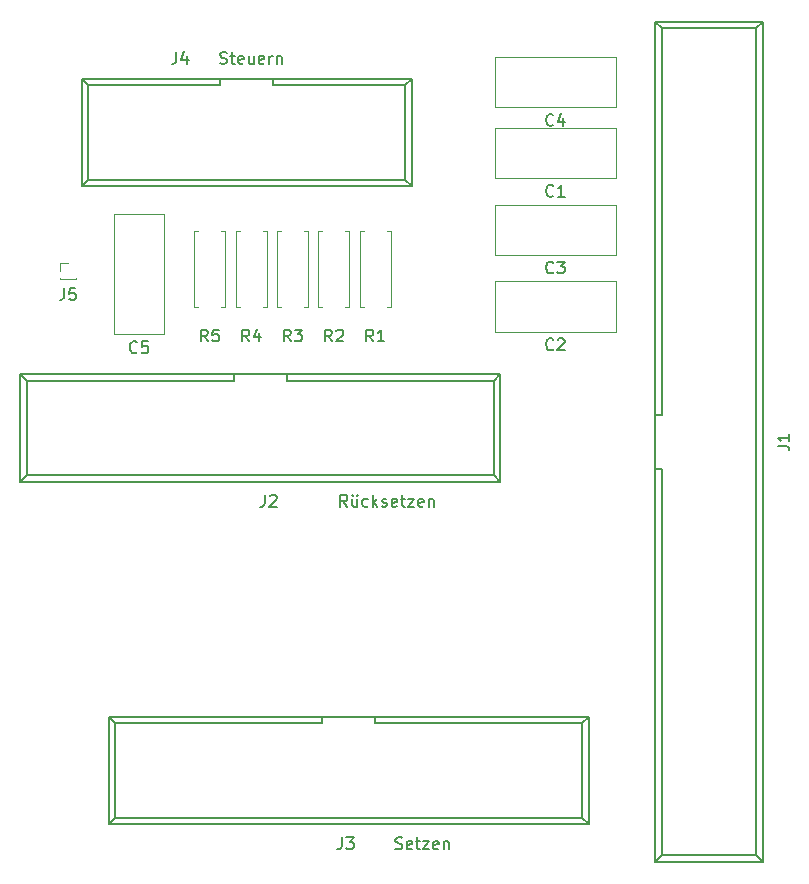
<source format=gbr>
G04 #@! TF.GenerationSoftware,KiCad,Pcbnew,(5.1.5-0-10_14)*
G04 #@! TF.CreationDate,2020-04-30T20:24:14+02:00*
G04 #@! TF.ProjectId,GORBA_LAWO_Adapter,474f5242-415f-44c4-9157-4f5f41646170,rev?*
G04 #@! TF.SameCoordinates,Original*
G04 #@! TF.FileFunction,Legend,Top*
G04 #@! TF.FilePolarity,Positive*
%FSLAX46Y46*%
G04 Gerber Fmt 4.6, Leading zero omitted, Abs format (unit mm)*
G04 Created by KiCad (PCBNEW (5.1.5-0-10_14)) date 2020-04-30 20:24:14*
%MOMM*%
%LPD*%
G04 APERTURE LIST*
%ADD10C,0.120000*%
%ADD11C,0.150000*%
G04 APERTURE END LIST*
D10*
X50480000Y-51600000D02*
X50810000Y-51600000D01*
X50810000Y-51600000D02*
X50810000Y-58020000D01*
X50810000Y-58020000D02*
X50480000Y-58020000D01*
X48520000Y-51600000D02*
X48190000Y-51600000D01*
X48190000Y-51600000D02*
X48190000Y-58020000D01*
X48190000Y-58020000D02*
X48520000Y-58020000D01*
X53980000Y-51600000D02*
X54310000Y-51600000D01*
X54310000Y-51600000D02*
X54310000Y-58020000D01*
X54310000Y-58020000D02*
X53980000Y-58020000D01*
X52020000Y-51600000D02*
X51690000Y-51600000D01*
X51690000Y-51600000D02*
X51690000Y-58020000D01*
X51690000Y-58020000D02*
X52020000Y-58020000D01*
X57480000Y-51600000D02*
X57810000Y-51600000D01*
X57810000Y-51600000D02*
X57810000Y-58020000D01*
X57810000Y-58020000D02*
X57480000Y-58020000D01*
X55520000Y-51600000D02*
X55190000Y-51600000D01*
X55190000Y-51600000D02*
X55190000Y-58020000D01*
X55190000Y-58020000D02*
X55520000Y-58020000D01*
X60980000Y-51600000D02*
X61310000Y-51600000D01*
X61310000Y-51600000D02*
X61310000Y-58020000D01*
X61310000Y-58020000D02*
X60980000Y-58020000D01*
X59020000Y-51600000D02*
X58690000Y-51600000D01*
X58690000Y-51600000D02*
X58690000Y-58020000D01*
X58690000Y-58020000D02*
X59020000Y-58020000D01*
X64480000Y-51600000D02*
X64810000Y-51600000D01*
X64810000Y-51600000D02*
X64810000Y-58020000D01*
X64810000Y-58020000D02*
X64480000Y-58020000D01*
X62520000Y-51600000D02*
X62190000Y-51600000D01*
X62190000Y-51600000D02*
X62190000Y-58020000D01*
X62190000Y-58020000D02*
X62520000Y-58020000D01*
X36805000Y-54315000D02*
X37500000Y-54315000D01*
X36805000Y-55000000D02*
X36805000Y-54315000D01*
X38108276Y-55685000D02*
X38195000Y-55685000D01*
X36805000Y-55685000D02*
X36891724Y-55685000D01*
X38195000Y-55685000D02*
X38195000Y-55560000D01*
X36805000Y-55685000D02*
X36805000Y-55560000D01*
X36805000Y-55685000D02*
X38195000Y-55685000D01*
X41380000Y-50130000D02*
X45620000Y-50130000D01*
X41380000Y-60370000D02*
X45620000Y-60370000D01*
X45620000Y-60370000D02*
X45620000Y-50130000D01*
X41380000Y-60370000D02*
X41380000Y-50130000D01*
X73630000Y-41120000D02*
X73630000Y-36880000D01*
X83870000Y-41120000D02*
X83870000Y-36880000D01*
X83870000Y-36880000D02*
X73630000Y-36880000D01*
X83870000Y-41120000D02*
X73630000Y-41120000D01*
X73630000Y-53620000D02*
X73630000Y-49380000D01*
X83870000Y-53620000D02*
X83870000Y-49380000D01*
X83870000Y-49380000D02*
X73630000Y-49380000D01*
X83870000Y-53620000D02*
X73630000Y-53620000D01*
X73630000Y-60120000D02*
X73630000Y-55880000D01*
X83870000Y-60120000D02*
X83870000Y-55880000D01*
X83870000Y-55880000D02*
X73630000Y-55880000D01*
X83870000Y-60120000D02*
X73630000Y-60120000D01*
X73630000Y-47120000D02*
X73630000Y-42880000D01*
X83870000Y-47120000D02*
X83870000Y-42880000D01*
X83870000Y-42880000D02*
X73630000Y-42880000D01*
X83870000Y-47120000D02*
X73630000Y-47120000D01*
D11*
X38640000Y-38720000D02*
X39200000Y-39270000D01*
X66580000Y-38720000D02*
X66040000Y-39270000D01*
X38640000Y-47820000D02*
X39200000Y-47270000D01*
X66580000Y-47820000D02*
X66040000Y-47270000D01*
X39200000Y-47270000D02*
X39200000Y-39270000D01*
X38640000Y-47820000D02*
X38640000Y-38720000D01*
X66040000Y-47270000D02*
X66040000Y-39270000D01*
X66580000Y-47820000D02*
X66580000Y-38720000D01*
X50360000Y-39270000D02*
X50360000Y-38720000D01*
X54860000Y-39270000D02*
X54860000Y-38720000D01*
X50360000Y-39270000D02*
X39200000Y-39270000D01*
X66040000Y-39270000D02*
X54860000Y-39270000D01*
X66580000Y-38720000D02*
X38640000Y-38720000D01*
X66040000Y-47270000D02*
X39200000Y-47270000D01*
X66580000Y-47820000D02*
X38640000Y-47820000D01*
X40940000Y-92720000D02*
X41500000Y-93270000D01*
X81580000Y-92720000D02*
X81040000Y-93270000D01*
X40940000Y-101820000D02*
X41500000Y-101270000D01*
X81580000Y-101820000D02*
X81040000Y-101270000D01*
X41500000Y-101270000D02*
X41500000Y-93270000D01*
X40940000Y-101820000D02*
X40940000Y-92720000D01*
X81040000Y-101270000D02*
X81040000Y-93270000D01*
X81580000Y-101820000D02*
X81580000Y-92720000D01*
X59010000Y-93270000D02*
X59010000Y-92720000D01*
X63510000Y-93270000D02*
X63510000Y-92720000D01*
X59010000Y-93270000D02*
X41500000Y-93270000D01*
X81040000Y-93270000D02*
X63510000Y-93270000D01*
X81580000Y-92720000D02*
X40940000Y-92720000D01*
X81040000Y-101270000D02*
X41500000Y-101270000D01*
X81580000Y-101820000D02*
X40940000Y-101820000D01*
X33440000Y-63720000D02*
X34000000Y-64270000D01*
X74080000Y-63720000D02*
X73540000Y-64270000D01*
X33440000Y-72820000D02*
X34000000Y-72270000D01*
X74080000Y-72820000D02*
X73540000Y-72270000D01*
X34000000Y-72270000D02*
X34000000Y-64270000D01*
X33440000Y-72820000D02*
X33440000Y-63720000D01*
X73540000Y-72270000D02*
X73540000Y-64270000D01*
X74080000Y-72820000D02*
X74080000Y-63720000D01*
X51510000Y-64270000D02*
X51510000Y-63720000D01*
X56010000Y-64270000D02*
X56010000Y-63720000D01*
X51510000Y-64270000D02*
X34000000Y-64270000D01*
X73540000Y-64270000D02*
X56010000Y-64270000D01*
X74080000Y-63720000D02*
X33440000Y-63720000D01*
X73540000Y-72270000D02*
X34000000Y-72270000D01*
X74080000Y-72820000D02*
X33440000Y-72820000D01*
X87220000Y-105040000D02*
X87770000Y-104480000D01*
X87220000Y-33920000D02*
X87770000Y-34460000D01*
X96320000Y-105040000D02*
X95770000Y-104480000D01*
X96320000Y-33920000D02*
X95770000Y-34460000D01*
X95770000Y-104480000D02*
X87770000Y-104480000D01*
X96320000Y-105040000D02*
X87220000Y-105040000D01*
X95770000Y-34460000D02*
X87770000Y-34460000D01*
X96320000Y-33920000D02*
X87220000Y-33920000D01*
X87770000Y-71730000D02*
X87220000Y-71730000D01*
X87770000Y-67230000D02*
X87220000Y-67230000D01*
X87770000Y-71730000D02*
X87770000Y-104480000D01*
X87770000Y-34460000D02*
X87770000Y-67230000D01*
X87220000Y-33920000D02*
X87220000Y-105040000D01*
X95770000Y-34460000D02*
X95770000Y-104480000D01*
X96320000Y-33920000D02*
X96320000Y-105040000D01*
X49333333Y-60952380D02*
X49000000Y-60476190D01*
X48761904Y-60952380D02*
X48761904Y-59952380D01*
X49142857Y-59952380D01*
X49238095Y-60000000D01*
X49285714Y-60047619D01*
X49333333Y-60142857D01*
X49333333Y-60285714D01*
X49285714Y-60380952D01*
X49238095Y-60428571D01*
X49142857Y-60476190D01*
X48761904Y-60476190D01*
X50238095Y-59952380D02*
X49761904Y-59952380D01*
X49714285Y-60428571D01*
X49761904Y-60380952D01*
X49857142Y-60333333D01*
X50095238Y-60333333D01*
X50190476Y-60380952D01*
X50238095Y-60428571D01*
X50285714Y-60523809D01*
X50285714Y-60761904D01*
X50238095Y-60857142D01*
X50190476Y-60904761D01*
X50095238Y-60952380D01*
X49857142Y-60952380D01*
X49761904Y-60904761D01*
X49714285Y-60857142D01*
X52833333Y-60952380D02*
X52500000Y-60476190D01*
X52261904Y-60952380D02*
X52261904Y-59952380D01*
X52642857Y-59952380D01*
X52738095Y-60000000D01*
X52785714Y-60047619D01*
X52833333Y-60142857D01*
X52833333Y-60285714D01*
X52785714Y-60380952D01*
X52738095Y-60428571D01*
X52642857Y-60476190D01*
X52261904Y-60476190D01*
X53690476Y-60285714D02*
X53690476Y-60952380D01*
X53452380Y-59904761D02*
X53214285Y-60619047D01*
X53833333Y-60619047D01*
X56333333Y-60952380D02*
X56000000Y-60476190D01*
X55761904Y-60952380D02*
X55761904Y-59952380D01*
X56142857Y-59952380D01*
X56238095Y-60000000D01*
X56285714Y-60047619D01*
X56333333Y-60142857D01*
X56333333Y-60285714D01*
X56285714Y-60380952D01*
X56238095Y-60428571D01*
X56142857Y-60476190D01*
X55761904Y-60476190D01*
X56666666Y-59952380D02*
X57285714Y-59952380D01*
X56952380Y-60333333D01*
X57095238Y-60333333D01*
X57190476Y-60380952D01*
X57238095Y-60428571D01*
X57285714Y-60523809D01*
X57285714Y-60761904D01*
X57238095Y-60857142D01*
X57190476Y-60904761D01*
X57095238Y-60952380D01*
X56809523Y-60952380D01*
X56714285Y-60904761D01*
X56666666Y-60857142D01*
X59833333Y-60952380D02*
X59500000Y-60476190D01*
X59261904Y-60952380D02*
X59261904Y-59952380D01*
X59642857Y-59952380D01*
X59738095Y-60000000D01*
X59785714Y-60047619D01*
X59833333Y-60142857D01*
X59833333Y-60285714D01*
X59785714Y-60380952D01*
X59738095Y-60428571D01*
X59642857Y-60476190D01*
X59261904Y-60476190D01*
X60214285Y-60047619D02*
X60261904Y-60000000D01*
X60357142Y-59952380D01*
X60595238Y-59952380D01*
X60690476Y-60000000D01*
X60738095Y-60047619D01*
X60785714Y-60142857D01*
X60785714Y-60238095D01*
X60738095Y-60380952D01*
X60166666Y-60952380D01*
X60785714Y-60952380D01*
X63333333Y-60952380D02*
X63000000Y-60476190D01*
X62761904Y-60952380D02*
X62761904Y-59952380D01*
X63142857Y-59952380D01*
X63238095Y-60000000D01*
X63285714Y-60047619D01*
X63333333Y-60142857D01*
X63333333Y-60285714D01*
X63285714Y-60380952D01*
X63238095Y-60428571D01*
X63142857Y-60476190D01*
X62761904Y-60476190D01*
X64285714Y-60952380D02*
X63714285Y-60952380D01*
X64000000Y-60952380D02*
X64000000Y-59952380D01*
X63904761Y-60095238D01*
X63809523Y-60190476D01*
X63714285Y-60238095D01*
X37166666Y-56452380D02*
X37166666Y-57166666D01*
X37119047Y-57309523D01*
X37023809Y-57404761D01*
X36880952Y-57452380D01*
X36785714Y-57452380D01*
X38119047Y-56452380D02*
X37642857Y-56452380D01*
X37595238Y-56928571D01*
X37642857Y-56880952D01*
X37738095Y-56833333D01*
X37976190Y-56833333D01*
X38071428Y-56880952D01*
X38119047Y-56928571D01*
X38166666Y-57023809D01*
X38166666Y-57261904D01*
X38119047Y-57357142D01*
X38071428Y-57404761D01*
X37976190Y-57452380D01*
X37738095Y-57452380D01*
X37642857Y-57404761D01*
X37595238Y-57357142D01*
X43333333Y-61857142D02*
X43285714Y-61904761D01*
X43142857Y-61952380D01*
X43047619Y-61952380D01*
X42904761Y-61904761D01*
X42809523Y-61809523D01*
X42761904Y-61714285D01*
X42714285Y-61523809D01*
X42714285Y-61380952D01*
X42761904Y-61190476D01*
X42809523Y-61095238D01*
X42904761Y-61000000D01*
X43047619Y-60952380D01*
X43142857Y-60952380D01*
X43285714Y-61000000D01*
X43333333Y-61047619D01*
X44238095Y-60952380D02*
X43761904Y-60952380D01*
X43714285Y-61428571D01*
X43761904Y-61380952D01*
X43857142Y-61333333D01*
X44095238Y-61333333D01*
X44190476Y-61380952D01*
X44238095Y-61428571D01*
X44285714Y-61523809D01*
X44285714Y-61761904D01*
X44238095Y-61857142D01*
X44190476Y-61904761D01*
X44095238Y-61952380D01*
X43857142Y-61952380D01*
X43761904Y-61904761D01*
X43714285Y-61857142D01*
X78583333Y-42607142D02*
X78535714Y-42654761D01*
X78392857Y-42702380D01*
X78297619Y-42702380D01*
X78154761Y-42654761D01*
X78059523Y-42559523D01*
X78011904Y-42464285D01*
X77964285Y-42273809D01*
X77964285Y-42130952D01*
X78011904Y-41940476D01*
X78059523Y-41845238D01*
X78154761Y-41750000D01*
X78297619Y-41702380D01*
X78392857Y-41702380D01*
X78535714Y-41750000D01*
X78583333Y-41797619D01*
X79440476Y-42035714D02*
X79440476Y-42702380D01*
X79202380Y-41654761D02*
X78964285Y-42369047D01*
X79583333Y-42369047D01*
X78583333Y-55107142D02*
X78535714Y-55154761D01*
X78392857Y-55202380D01*
X78297619Y-55202380D01*
X78154761Y-55154761D01*
X78059523Y-55059523D01*
X78011904Y-54964285D01*
X77964285Y-54773809D01*
X77964285Y-54630952D01*
X78011904Y-54440476D01*
X78059523Y-54345238D01*
X78154761Y-54250000D01*
X78297619Y-54202380D01*
X78392857Y-54202380D01*
X78535714Y-54250000D01*
X78583333Y-54297619D01*
X78916666Y-54202380D02*
X79535714Y-54202380D01*
X79202380Y-54583333D01*
X79345238Y-54583333D01*
X79440476Y-54630952D01*
X79488095Y-54678571D01*
X79535714Y-54773809D01*
X79535714Y-55011904D01*
X79488095Y-55107142D01*
X79440476Y-55154761D01*
X79345238Y-55202380D01*
X79059523Y-55202380D01*
X78964285Y-55154761D01*
X78916666Y-55107142D01*
X78583333Y-61607142D02*
X78535714Y-61654761D01*
X78392857Y-61702380D01*
X78297619Y-61702380D01*
X78154761Y-61654761D01*
X78059523Y-61559523D01*
X78011904Y-61464285D01*
X77964285Y-61273809D01*
X77964285Y-61130952D01*
X78011904Y-60940476D01*
X78059523Y-60845238D01*
X78154761Y-60750000D01*
X78297619Y-60702380D01*
X78392857Y-60702380D01*
X78535714Y-60750000D01*
X78583333Y-60797619D01*
X78964285Y-60797619D02*
X79011904Y-60750000D01*
X79107142Y-60702380D01*
X79345238Y-60702380D01*
X79440476Y-60750000D01*
X79488095Y-60797619D01*
X79535714Y-60892857D01*
X79535714Y-60988095D01*
X79488095Y-61130952D01*
X78916666Y-61702380D01*
X79535714Y-61702380D01*
X78583333Y-48607142D02*
X78535714Y-48654761D01*
X78392857Y-48702380D01*
X78297619Y-48702380D01*
X78154761Y-48654761D01*
X78059523Y-48559523D01*
X78011904Y-48464285D01*
X77964285Y-48273809D01*
X77964285Y-48130952D01*
X78011904Y-47940476D01*
X78059523Y-47845238D01*
X78154761Y-47750000D01*
X78297619Y-47702380D01*
X78392857Y-47702380D01*
X78535714Y-47750000D01*
X78583333Y-47797619D01*
X79535714Y-48702380D02*
X78964285Y-48702380D01*
X79250000Y-48702380D02*
X79250000Y-47702380D01*
X79154761Y-47845238D01*
X79059523Y-47940476D01*
X78964285Y-47988095D01*
X46666666Y-36452380D02*
X46666666Y-37166666D01*
X46619047Y-37309523D01*
X46523809Y-37404761D01*
X46380952Y-37452380D01*
X46285714Y-37452380D01*
X47571428Y-36785714D02*
X47571428Y-37452380D01*
X47333333Y-36404761D02*
X47095238Y-37119047D01*
X47714285Y-37119047D01*
X50357142Y-37404761D02*
X50500000Y-37452380D01*
X50738095Y-37452380D01*
X50833333Y-37404761D01*
X50880952Y-37357142D01*
X50928571Y-37261904D01*
X50928571Y-37166666D01*
X50880952Y-37071428D01*
X50833333Y-37023809D01*
X50738095Y-36976190D01*
X50547619Y-36928571D01*
X50452380Y-36880952D01*
X50404761Y-36833333D01*
X50357142Y-36738095D01*
X50357142Y-36642857D01*
X50404761Y-36547619D01*
X50452380Y-36500000D01*
X50547619Y-36452380D01*
X50785714Y-36452380D01*
X50928571Y-36500000D01*
X51214285Y-36785714D02*
X51595238Y-36785714D01*
X51357142Y-36452380D02*
X51357142Y-37309523D01*
X51404761Y-37404761D01*
X51500000Y-37452380D01*
X51595238Y-37452380D01*
X52309523Y-37404761D02*
X52214285Y-37452380D01*
X52023809Y-37452380D01*
X51928571Y-37404761D01*
X51880952Y-37309523D01*
X51880952Y-36928571D01*
X51928571Y-36833333D01*
X52023809Y-36785714D01*
X52214285Y-36785714D01*
X52309523Y-36833333D01*
X52357142Y-36928571D01*
X52357142Y-37023809D01*
X51880952Y-37119047D01*
X53214285Y-36785714D02*
X53214285Y-37452380D01*
X52785714Y-36785714D02*
X52785714Y-37309523D01*
X52833333Y-37404761D01*
X52928571Y-37452380D01*
X53071428Y-37452380D01*
X53166666Y-37404761D01*
X53214285Y-37357142D01*
X54071428Y-37404761D02*
X53976190Y-37452380D01*
X53785714Y-37452380D01*
X53690476Y-37404761D01*
X53642857Y-37309523D01*
X53642857Y-36928571D01*
X53690476Y-36833333D01*
X53785714Y-36785714D01*
X53976190Y-36785714D01*
X54071428Y-36833333D01*
X54119047Y-36928571D01*
X54119047Y-37023809D01*
X53642857Y-37119047D01*
X54547619Y-37452380D02*
X54547619Y-36785714D01*
X54547619Y-36976190D02*
X54595238Y-36880952D01*
X54642857Y-36833333D01*
X54738095Y-36785714D01*
X54833333Y-36785714D01*
X55166666Y-36785714D02*
X55166666Y-37452380D01*
X55166666Y-36880952D02*
X55214285Y-36833333D01*
X55309523Y-36785714D01*
X55452380Y-36785714D01*
X55547619Y-36833333D01*
X55595238Y-36928571D01*
X55595238Y-37452380D01*
X60666666Y-102952380D02*
X60666666Y-103666666D01*
X60619047Y-103809523D01*
X60523809Y-103904761D01*
X60380952Y-103952380D01*
X60285714Y-103952380D01*
X61047619Y-102952380D02*
X61666666Y-102952380D01*
X61333333Y-103333333D01*
X61476190Y-103333333D01*
X61571428Y-103380952D01*
X61619047Y-103428571D01*
X61666666Y-103523809D01*
X61666666Y-103761904D01*
X61619047Y-103857142D01*
X61571428Y-103904761D01*
X61476190Y-103952380D01*
X61190476Y-103952380D01*
X61095238Y-103904761D01*
X61047619Y-103857142D01*
X65214285Y-103904761D02*
X65357142Y-103952380D01*
X65595238Y-103952380D01*
X65690476Y-103904761D01*
X65738095Y-103857142D01*
X65785714Y-103761904D01*
X65785714Y-103666666D01*
X65738095Y-103571428D01*
X65690476Y-103523809D01*
X65595238Y-103476190D01*
X65404761Y-103428571D01*
X65309523Y-103380952D01*
X65261904Y-103333333D01*
X65214285Y-103238095D01*
X65214285Y-103142857D01*
X65261904Y-103047619D01*
X65309523Y-103000000D01*
X65404761Y-102952380D01*
X65642857Y-102952380D01*
X65785714Y-103000000D01*
X66595238Y-103904761D02*
X66500000Y-103952380D01*
X66309523Y-103952380D01*
X66214285Y-103904761D01*
X66166666Y-103809523D01*
X66166666Y-103428571D01*
X66214285Y-103333333D01*
X66309523Y-103285714D01*
X66500000Y-103285714D01*
X66595238Y-103333333D01*
X66642857Y-103428571D01*
X66642857Y-103523809D01*
X66166666Y-103619047D01*
X66928571Y-103285714D02*
X67309523Y-103285714D01*
X67071428Y-102952380D02*
X67071428Y-103809523D01*
X67119047Y-103904761D01*
X67214285Y-103952380D01*
X67309523Y-103952380D01*
X67547619Y-103285714D02*
X68071428Y-103285714D01*
X67547619Y-103952380D01*
X68071428Y-103952380D01*
X68833333Y-103904761D02*
X68738095Y-103952380D01*
X68547619Y-103952380D01*
X68452380Y-103904761D01*
X68404761Y-103809523D01*
X68404761Y-103428571D01*
X68452380Y-103333333D01*
X68547619Y-103285714D01*
X68738095Y-103285714D01*
X68833333Y-103333333D01*
X68880952Y-103428571D01*
X68880952Y-103523809D01*
X68404761Y-103619047D01*
X69309523Y-103285714D02*
X69309523Y-103952380D01*
X69309523Y-103380952D02*
X69357142Y-103333333D01*
X69452380Y-103285714D01*
X69595238Y-103285714D01*
X69690476Y-103333333D01*
X69738095Y-103428571D01*
X69738095Y-103952380D01*
X54166666Y-73952380D02*
X54166666Y-74666666D01*
X54119047Y-74809523D01*
X54023809Y-74904761D01*
X53880952Y-74952380D01*
X53785714Y-74952380D01*
X54595238Y-74047619D02*
X54642857Y-74000000D01*
X54738095Y-73952380D01*
X54976190Y-73952380D01*
X55071428Y-74000000D01*
X55119047Y-74047619D01*
X55166666Y-74142857D01*
X55166666Y-74238095D01*
X55119047Y-74380952D01*
X54547619Y-74952380D01*
X55166666Y-74952380D01*
X61119047Y-74952380D02*
X60785714Y-74476190D01*
X60547619Y-74952380D02*
X60547619Y-73952380D01*
X60928571Y-73952380D01*
X61023809Y-74000000D01*
X61071428Y-74047619D01*
X61119047Y-74142857D01*
X61119047Y-74285714D01*
X61071428Y-74380952D01*
X61023809Y-74428571D01*
X60928571Y-74476190D01*
X60547619Y-74476190D01*
X61976190Y-74285714D02*
X61976190Y-74952380D01*
X61547619Y-74285714D02*
X61547619Y-74809523D01*
X61595238Y-74904761D01*
X61690476Y-74952380D01*
X61833333Y-74952380D01*
X61928571Y-74904761D01*
X61976190Y-74857142D01*
X61595238Y-73952380D02*
X61642857Y-74000000D01*
X61595238Y-74047619D01*
X61547619Y-74000000D01*
X61595238Y-73952380D01*
X61595238Y-74047619D01*
X61976190Y-73952380D02*
X62023809Y-74000000D01*
X61976190Y-74047619D01*
X61928571Y-74000000D01*
X61976190Y-73952380D01*
X61976190Y-74047619D01*
X62880952Y-74904761D02*
X62785714Y-74952380D01*
X62595238Y-74952380D01*
X62500000Y-74904761D01*
X62452380Y-74857142D01*
X62404761Y-74761904D01*
X62404761Y-74476190D01*
X62452380Y-74380952D01*
X62500000Y-74333333D01*
X62595238Y-74285714D01*
X62785714Y-74285714D01*
X62880952Y-74333333D01*
X63309523Y-74952380D02*
X63309523Y-73952380D01*
X63404761Y-74571428D02*
X63690476Y-74952380D01*
X63690476Y-74285714D02*
X63309523Y-74666666D01*
X64071428Y-74904761D02*
X64166666Y-74952380D01*
X64357142Y-74952380D01*
X64452380Y-74904761D01*
X64499999Y-74809523D01*
X64499999Y-74761904D01*
X64452380Y-74666666D01*
X64357142Y-74619047D01*
X64214285Y-74619047D01*
X64119047Y-74571428D01*
X64071428Y-74476190D01*
X64071428Y-74428571D01*
X64119047Y-74333333D01*
X64214285Y-74285714D01*
X64357142Y-74285714D01*
X64452380Y-74333333D01*
X65309523Y-74904761D02*
X65214285Y-74952380D01*
X65023809Y-74952380D01*
X64928571Y-74904761D01*
X64880952Y-74809523D01*
X64880952Y-74428571D01*
X64928571Y-74333333D01*
X65023809Y-74285714D01*
X65214285Y-74285714D01*
X65309523Y-74333333D01*
X65357142Y-74428571D01*
X65357142Y-74523809D01*
X64880952Y-74619047D01*
X65642857Y-74285714D02*
X66023809Y-74285714D01*
X65785714Y-73952380D02*
X65785714Y-74809523D01*
X65833333Y-74904761D01*
X65928571Y-74952380D01*
X66023809Y-74952380D01*
X66261904Y-74285714D02*
X66785714Y-74285714D01*
X66261904Y-74952380D01*
X66785714Y-74952380D01*
X67547619Y-74904761D02*
X67452380Y-74952380D01*
X67261904Y-74952380D01*
X67166666Y-74904761D01*
X67119047Y-74809523D01*
X67119047Y-74428571D01*
X67166666Y-74333333D01*
X67261904Y-74285714D01*
X67452380Y-74285714D01*
X67547619Y-74333333D01*
X67595238Y-74428571D01*
X67595238Y-74523809D01*
X67119047Y-74619047D01*
X68023809Y-74285714D02*
X68023809Y-74952380D01*
X68023809Y-74380952D02*
X68071428Y-74333333D01*
X68166666Y-74285714D01*
X68309523Y-74285714D01*
X68404761Y-74333333D01*
X68452380Y-74428571D01*
X68452380Y-74952380D01*
X97572380Y-69813333D02*
X98286666Y-69813333D01*
X98429523Y-69860952D01*
X98524761Y-69956190D01*
X98572380Y-70099047D01*
X98572380Y-70194285D01*
X98572380Y-68813333D02*
X98572380Y-69384761D01*
X98572380Y-69099047D02*
X97572380Y-69099047D01*
X97715238Y-69194285D01*
X97810476Y-69289523D01*
X97858095Y-69384761D01*
M02*

</source>
